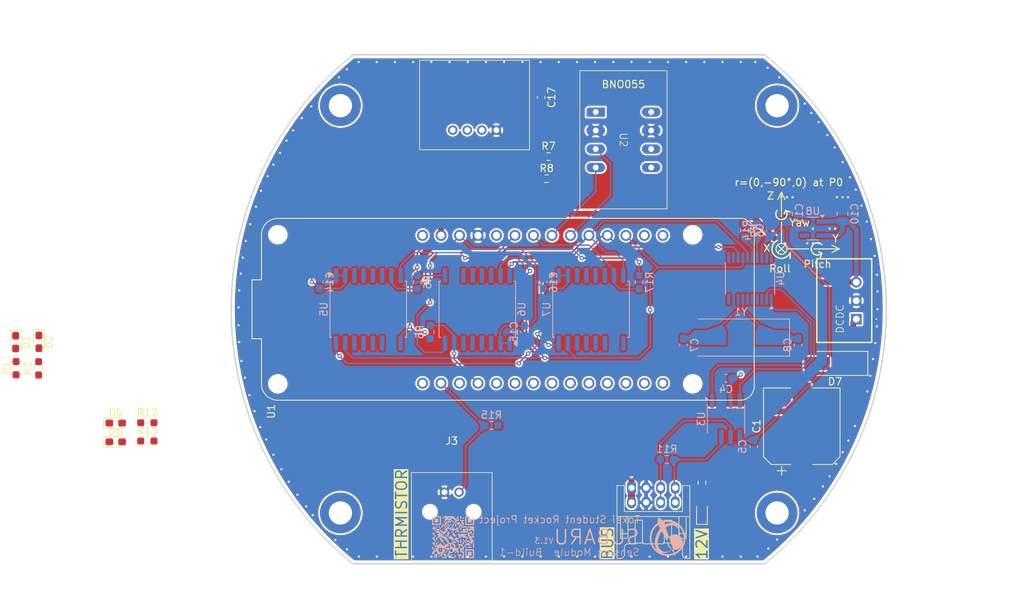
<source format=kicad_pcb>
(kicad_pcb (version 20241229) (generator "pcbnew") (generator_version "9.0")
  (layers (0 "F.Cu" signal) (2 "B.Cu" signal) (13 "F.Paste" user) (15 "B.Paste" user) (5 "F.SilkS" user "F.Silkscreen") (7 "B.SilkS" user "B.Silkscreen") (1 "F.Mask" user) (3 "B.Mask" user) (25 "Edge.Cuts" user))
  (net 0 "")
  (net 1 "GND")
  (net 2 "Net-(D1-A)")
  (net 3 "Net-(D2-A)")
  (net 4 "LORA_RECEIVE_STATUS")
  (net 5 "LORA_SEND_STATUS")
  (net 6 "+3.3V")
  (net 7 "I2C_SCK")
  (net 8 "I2C_SDA")
  (net 9 "SPI_CS_MCP")
  (net 10 "+12V")
  (net 11 "+5V")
  (net 12 "OSC1")
  (net 13 "OSC2")
  (net 14 "Net-(D3-A)")
  (net 15 "Net-(D5-A)")
  (net 16 "Net-(D6-A)")
  (net 17 "CAN_L")
  (net 18 "CAN_H")
  (net 19 "CAN_RECEIVE_STATUS")
  (net 20 "CAN_SEND_STATUS")
  (net 21 "Net-(U4-~RESET)")
  (net 22 "VREF_THERMISTOR")
  (net 23 "CAN_RX")
  (net 24 "CAN_TX")
  (net 30 "SPI_SCLK")
  (net 31 "SPI_MISO")
  (net 33 "SPI_MOSI")
  (net 35 "VREF_T1")
  (net 36 "VREF_T3")
  (net 37 "VREF_T4")
  (net 38 "VREF_T2")
  (net 48 "SPI_~{CS}_FeRAM0")
  (net 57 "SPI_~{CS}_FeRAM1")
  (net 71 "SPI_~{CS}_FeRAM2")
  (net 74 "+3.3VP")
  (net 78 "Net-(D7-K)")
  (footprint "Resistor_SMD:R_0603_1608Metric_Pad0.98x0.95mm_HandSolder" (layer "F.Cu") (at 93.472 115.6)
    (property "Reference" "R12")
    (property "Value" "680R")
  )
  (footprint "Resistor_SMD:R_0603_1608Metric_Pad0.98x0.95mm_HandSolder" (layer "F.Cu") (at 148.336 82.042)
    (property "Reference" "R8")
    (property "Value" "4.7kR")
  )
  (footprint "Capacitor_SMD:CP_Elec_10x10" (layer "F.Cu") (at 183.388 116.078 90)
    (property "Reference" "C1")
    (property "Value" "330uF")
  )
  (footprint "Resistor_SMD:R_0603_1608Metric_Pad0.98x0.95mm_HandSolder" (layer "F.Cu") (at 148.59 78.994)
    (property "Reference" "R7")
    (property "Value" "4.7kR")
  )
  (footprint "Resistor_SMD:R_0603_1608Metric_Pad0.98x0.95mm_HandSolder" (layer "F.Cu") (at 75.438 108.1005 90)
    (property "Reference" "R1")
    (property "Value" "680R")
  )
  (footprint "LED_SMD:LED_0603_1608Metric_Pad1.05x0.95mm_HandSolder" (layer "F.Cu") (at 89.127 118.23)
    (property "Reference" "D6")
    (property "Value" "B")
  )
  (footprint "TSRP_IC:M78AR03305" (layer "F.Cu") (at 190.88 101.356 90)
    (property "Reference" "PS1" (hide yes))
    (property "Value" "M78AR05-0.5" (hide yes))
  )
  (footprint "Resistor_SMD:R_0603_1608Metric_Pad0.98x0.95mm_HandSolder" (layer "F.Cu") (at 78.538 108.1205 90)
    (property "Reference" "R2")
    (property "Value" "680R")
  )
  (footprint "Resistor_SMD:R_0603_1608Metric_Pad0.98x0.95mm_HandSolder" (layer "F.Cu") (at 169.672 123.8485 -90)
    (property "Reference" "R10" (hide yes))
    (property "Value" "2.2kR")
  )
  (footprint "Diode_SMD:D_SMA_Handsoldering" (layer "F.Cu") (at 187.96 107.442 180)
    (property "Reference" "D7")
    (property "Value" "SB34AFC")
  )
  (footprint "MountingHole:MountingHole_3.2mm_M3_DIN965_Pad_TopBottom" (layer "F.Cu") (at 120 72)
    (property "Reference" "H5" (hide yes))
    (property "Value" "MountingHole_Pad")
  )
  (footprint "TSRP_Connector_Hirose:DF51-2P-2DS" (layer "F.Cu") (at 135.3 134.6)
    (property "Reference" "J3")
    (property "Value" "DF51-2P-2DS")
  )
  (footprint "MountingHole:MountingHole_3.2mm_M3_DIN965_Pad_TopBottom" (layer "F.Cu") (at 180 72)
    (property "Reference" "H8" (hide yes))
    (property "Value" "MountingHole_Pad")
  )
  (footprint "TSRP_Connector_Hirose:DF11-8DP-2DS" (layer "F.Cu") (at 163 128)
    (property "Reference" "J1" (hide yes))
    (property "Value" "BUS")
  )
  (footprint "MountingHole:MountingHole_3.2mm_M3_DIN965_Pad_TopBottom" (layer "F.Cu") (at 120 128)
    (property "Reference" "H6" (hide yes))
    (property "Value" "MountingHole_Pad")
  )
  (footprint "MountingHole:MountingHole_3.2mm_M3_DIN965_Pad_TopBottom" (layer "F.Cu") (at 180 128)
    (property "Reference" "H7" (hide yes))
    (property "Value" "MountingHole_Pad")
  )
  (footprint "LED_SMD:LED_0603_1608Metric_Pad1.05x0.95mm_HandSolder" (layer "F.Cu") (at 78.578 104.473 -90)
    (property "Reference" "D2")
    (property "Value" "B")
  )
  (footprint "Capacitor_SMD:C_0603_1608Metric_Pad1.08x0.95mm_HandSolder" (layer "F.Cu") (at 147.574 70.866 -90)
    (property "Reference" "C17")
    (property "Value" "0.1uF")
  )
  (footprint "TSRP_Arduino:BOARD_ARDUINO_MKR_WAN_1310" (layer "F.Cu") (at 143 100 90)
    (property "Reference" "U1")
    (property "Value" "ARDUINO_MKR_WAN_1310")
  )
  (footprint "LED_SMD:LED_0603_1608Metric_Pad1.05x0.95mm_HandSolder" (layer "F.Cu") (at 75.378 104.513 -90)
    (property "Reference" "D1")
    (property "Value" "B")
  )
  (footprint "TSRP_Connector_Hirose:DF51A-4P-2DS" (layer "F.Cu") (at 138.43 65.912 180)
    (property "Reference" "J4" (hide yes))
    (property "Value" "DF51A-4P-2DS")
  )
  (footprint "LED_SMD:LED_0603_1608Metric_Pad1.05x0.95mm_HandSolder" (layer "F.Cu") (at 89.127 115.64)
    (property "Reference" "D5")
    (property "Value" "B")
  )
  (footprint "Resistor_SMD:R_0603_1608Metric_Pad0.98x0.95mm_HandSolder" (layer "F.Cu") (at 93.472 118.11)
    (property "Reference" "R13")
    (property "Value" "680R")
  )
  (footprint "TSRP_IC:AE-BNO055-BO" (layer "F.Cu") (at 158.89 76.69 -90)
    (property "Reference" "U2")
    (property "Value" "~")
  )
  (footprint "LED_SMD:LED_0603_1608Metric_Pad1.05x0.95mm_HandSolder" (layer "F.Cu") (at 169.672 127.9125 90)
    (property "Reference" "D3" (hide yes))
    (property "Value" "Green")
  )
  (footprint "Capacitor_SMD:C_0603_1608Metric_Pad1.08x0.95mm_HandSolder" (layer "B.Cu") (at 145.288 103.124 -90)
    (property "Reference" "C15")
    (property "Value" "0.1uF")
  )
  (footprint "LOGO" (layer "B.Cu") (at 164.95 131.3 180)
    (property "Reference" "G***" (hide yes))
    (property "Value" "LOGO" (hide yes))
  )
  (footprint "Resistor_SMD:R_0603_1608Metric_Pad0.98x0.95mm_HandSolder" (layer "B.Cu") (at 177.292 89.154 -90)
    (property "Reference" "R14")
    (property "Value" "10kR")
  )
  (footprint "Resistor_SMD:R_0603_1608Metric_Pad0.98x0.95mm_HandSolder" (layer "B.Cu") (at 164.846 120.65 180)
    (property "Reference" "R11")
    (property "Value" "120R")
  )
  (footprint "Capacitor_SMD:C_0603_1608Metric_Pad1.08x0.95mm_HandSolder" (layer "B.Cu") (at 182.88 104.902 -90)
    (property "Reference" "C8")
    (property "Value" "15pF")
  )
  (footprint "Capacitor_SMD:C_0603_1608Metric_Pad1.08x0.95mm_HandSolder" (layer "B.Cu") (at 172.974 109.474)
    (property "Reference" "C4")
    (property "Value" "0.1uF")
  )
  (footprint "Package_SO:SOIC-8_3.9x4.9mm_P1.27mm" (layer "B.Cu") (at 172.974 115.062 -90)
    (property "Reference" "U3")
    (property "Value" "MCP2562-E-P")
  )
  (footprint "Package_SO:SOIC-16W_7.5x10.3mm_P1.27mm" (layer "B.Cu") (at 123.825 100 -90)
    (property "Reference" "U5")
    (property "Value" "MB85RQ8MX")
  )
  (footprint "Package_SO:SOIC-16W_7.5x10.3mm_P1.27mm" (layer "B.Cu") (at 138.811 100 90)
    (property "Reference" "U6")
    (property "Value" "MB85RQ8MX")
  )
  (footprint "Capacitor_SMD:C_0603_1608Metric_Pad1.08x0.95mm_HandSolder" (layer "B.Cu") (at 167.132 104.902 -90)
    (property "Reference" "C7")
    (property "Value" "15pF")
  )
  (footprint "Package_TO_SOT_SMD:TSOT-23-5" (layer "B.Cu") (at 184.912 88.9 180)
    (property "Reference" "U8")
    (property "Value" "NCV8114BSN330T1G")
  )
  (footprint "Package_SO:SOIC-16W_7.5x10.3mm_P1.27mm" (layer "B.Cu") (at 154.432 100 -90)
    (property "Reference" "U7")
    (property "Value" "MB85RQ8MX")
  )
  (footprint "Capacitor_SMD:C_0603_1608Metric_Pad1.08x0.95mm_HandSolder" (layer "B.Cu") (at 179.07 89.154 -90)
    (property "Reference" "C6")
    (property "Value" "0.1uF")
  )
  (footprint "LOGO" (layer "B.Cu") (at 135.477 131.341 180)
    (property "Reference" "G***" (hide yes))
    (property "Value" "LOGO" (hide yes))
  )
  (footprint "Resistor_SMD:R_0603_1608Metric_Pad0.98x0.95mm_HandSolder" (layer "B.Cu") (at 175.514 89.154 90)
    (property "Reference" "R9")
    (property "Value" "4.7kR")
  )
  (footprint "Resistor_SMD:R_0603_1608Metric_Pad0.98x0.95mm_HandSolder" (layer "B.Cu") (at 130.556 96.266 90)
    (property "Reference" "R6")
    (property "Value" "4.7kR")
  )
  (footprint "Capacitor_SMD:C_0603_1608Metric_Pad1.08x0.95mm_HandSolder" (layer "B.Cu") (at 176.784 118.872 90)
    (property "Reference" "C5")
    (property "Value" "0.1uF")
  )
  (footprint "Capacitor_SMD:C_0805_2012Metric_Pad1.18x1.45mm_HandSolder" (layer "B.Cu") (at 188.976 86.868 90)
    (property "Reference" "C10")
    (property "Value" "1uF")
  )
  (footprint "Crystal:Crystal_SMD_HC49-SD" (layer "B.Cu") (at 175.006 103.886 180)
    (property "Reference" "Y1")
    (property "Value" "8MHz")
  )
  (footprint "Resistor_SMD:R_0603_1608Metric_Pad0.98x0.95mm_HandSolder" (layer "B.Cu") (at 132.334 103.124 -90)
    (property "Reference" "R5")
    (property "Value" "4.7kR")
  )
  (footprint "Resistor_SMD:R_0603_1608Metric_Pad0.98x0.95mm_HandSolder" (layer "B.Cu") (at 161.036 96.266 90)
    (property "Reference" "R17")
    (property "Value" "4.7kR")
  )
  (footprint "Capacitor_SMD:C_0603_1608Metric_Pad1.08x0.95mm_HandSolder" (layer "B.Cu") (at 147.828 96.266 90)
    (property "Reference" "C16")
    (property "Value" "0.1uF")
  )
  (footprint "Resistor_SMD:R_0603_1608Metric_Pad0.98x0.95mm_HandSolder" (layer "B.Cu") (at 140.7525 115.96 180)
    (property "Reference" "R15")
    (property "Value" "10kR")
  )
  (footprint "Capacitor_SMD:C_0805_2012Metric_Pad1.18x1.45mm_HandSolder" (layer "B.Cu") (at 181.356 86.868 90)
    (property "Reference" "C11")
    (property "Value" "1uF")
  )
  (footprint "Capacitor_SMD:C_0603_1608Metric_Pad1.08x0.95mm_HandSolder" (layer "B.Cu") (at 117.094 96.266 90)
    (property "Reference" "C14")
    (property "Value" "0.1uF")
  )
  (footprint "Package_SO:TSSOP-20_4.4x6.5mm_P0.65mm" (layer "B.Cu") (at 176.276 95.758 90)
    (property "Reference" "U4")
    (property "Value" "MCP2515-I/P")
  )
  (gr_line (start 185.742528 92.0952) (end 186.142528 92.2952) (stroke (width 0.2)) (layer "F.SilkS"))
  (gr_line (start 180.594 90.9452) (end 180.594 87.9952) (stroke (width 0.153)) (layer "F.SilkS"))
  (gr_arc (start 181.794 92.1952) (mid 179.691658 92.630472) (end 180.048635 90.51347) (stroke (width 0.2)) (layer "F.SilkS"))
  (gr_arc (start 181.194 86.4202) (mid 180.594 87.660461) (end 179.994 86.4202) (stroke (width 0.2)) (layer "F.SilkS"))
  (gr_line (start 185.042528 91.6952) (end 188.542528 91.6952) (stroke (width 0.153)) (layer "F.SilkS"))
  (gr_line (start 180.594 83.8952) (end 181.094 84.8952) (stroke (width 0.153)) (layer "F.SilkS"))
  (gr_arc (start 186.142528 92.2952) (mid 184.693952 91.6952) (end 186.142528 91.0952) (stroke (width 0.2)) (layer "F.SilkS"))
  (gr_line (start 181.794 92.1952) (end 181.794 92.9952) (stroke (width 0.2)) (layer "F.SilkS"))
  (gr_line (start 181.344 91.6952) (end 184.345472 91.6952) (stroke (width 0.153)) (layer "F.SilkS"))
  (gr_line (start 181.094 91.1952) (end 180.094 92.1952) (stroke (width 0.153)) (layer "F.SilkS"))
  (gr_line (start 180.094 91.1952) (end 181.094 92.1952) (stroke (width 0.153)) (layer "F.SilkS"))
  (gr_line (start 185.942528 92.8952) (end 186.142528 92.2952) (stroke (width 0.2)) (layer "F.SilkS"))
  (gr_line (start 188.542528 91.6952) (end 187.542528 92.1952) (stroke (width 0.153)) (layer "F.SilkS"))
  (gr_line (start 188.542528 91.6952) (end 187.542528 91.1952) (stroke (width 0.153)) (layer "F.SilkS"))
  (gr_circle (center 180.594 91.6952) (end 181.344 91.6952) (stroke (width 0.153)) (fill no) (layer "F.SilkS"))
  (gr_line (start 180.594 83.8952) (end 180.094 84.8952) (stroke (width 0.153)) (layer "F.SilkS"))
  (gr_line (start 181.194 86.4202) (end 181.794 86.6202) (stroke (width 0.2)) (layer "F.SilkS"))
  (gr_line (start 180.594 87.2952) (end 180.594 83.8952) (stroke (width 0.153)) (layer "F.SilkS"))
  (gr_line (start 181.194 86.4202) (end 180.994 86.8202) (stroke (width 0.2)) (layer "F.SilkS"))
  (gr_arc (start 121.71573 135.000001) (mid 105 100) (end 121.715731 64.999999) (stroke (width 0.2)) (layer "Edge.Cuts"))
  (gr_line (start 150 64.999999) (end 178.28427 64.999999) (stroke (width 0.2)) (layer "Edge.Cuts"))
  (gr_line (start 150 64.999999) (end 121.715731 64.999999) (stroke (width 0.2)) (layer "Edge.Cuts"))
  (gr_arc (start 178.28427 64.999999) (mid 195 100) (end 178.284269 135.000001) (stroke (width 0.2)) (layer "Edge.Cuts"))
  (gr_line (start 150 135.000001) (end 121.71573 135.000001) (stroke (width 0.2)) (layer "Edge.Cuts"))
  (gr_line (start 150 135.000001) (end 178.284269 135.000001) (stroke (width 0.2)) (layer "Edge.Cuts"))
  (gr_text "Roll" (at 180.394 94.3952 0) (layer "F.SilkS") (effects (font (size 1 1) (thickness 0.153))))
  (gr_text "Yaw" (at 183.094 88.0952 0) (layer "F.SilkS") (effects (font (size 1 1) (thickness 0.153))))
  (gr_text "Y" (at 188.042528 90.2952 0) (layer "F.SilkS") (effects (font (size 1 1) (thickness 0.153))))
  (gr_text "r=(0,-90°,0) at P0" (at 181.61 82.55 0) (layer "F.SilkS") (effects (font (size 1 1) (thickness 0.153))))
  (gr_text "Z" (at 179.094 84.3952 0) (layer "F.SilkS") (effects (font (size 1 1) (thickness 0.154))))
  (gr_text "BUS" (at 156.718 132.207 90) (layer "F.SilkS" knockout) (effects (font (size 1.5 1.5) (thickness 0.2))))
  (gr_text "DCDC" (at 189.23 103.378 90) (layer "F.SilkS") (effects (font (size 1 1) (thickness 0.1)) (justify left bottom)))
  (gr_text "Pitch" (at 185.542528 93.7952 0) (layer "F.SilkS") (effects (font (size 1 1) (thickness 0.153))))
  (gr_text "12V" (at 169.672 132.334 90) (layer "F.SilkS" knockout) (effects (font (size 1.5 1.5) (thickness 0.2))))
  (gr_text "THRMISTOR" (at 128.4 128.1 90) (layer "F.SilkS" knockout) (effects (font (size 1.5 1.5) (thickness 0.2))))
  (gr_text "X" (at 178.594 91.5952 0) (layer "F.SilkS") (effects (font (size 1 1) (thickness 0.153))))
  (gr_text "SUBARU" (at 161.25 132.5 0) (layer "B.SilkS") (effects (font (size 2 2) (thickness 0.2) (bold yes)) (justify left bottom mirror)))
  (gr_text "Tokai Student Rocket Project\n" (at 161.25 129.5 0) (layer "B.SilkS") (effects (font (size 1 1) (thickness 0.125)) (justify left bottom mirror)))
  (gr_text "Sensing Module  Build-1" (at 161.15 134 0) (layer "B.SilkS") (effects (font (size 1 1) (thickness 0.1)) (justify left bottom mirror)))
  (gr_text "V1.3" (at 149.35 132.3 0) (layer "B.SilkS") (effects (font (size 0.8 0.8) (thickness 0.1)) (justify left bottom mirror)))
  (segment (start 162 124.55) (end 162 126.55) (width 0.2) (layer "F.Cu") (net 1))
  (via (at 193.7 95.25) (size 0.6) (drill 0.3) (layers "F.Cu" "B.Cu") (net 1))
  (via (at 181.356 84.582) (size 0.6) (drill 0.3) (layers "F.Cu" "B.Cu") (net 1))
  (via (at 165 134) (size 0.6) (drill 0.3) (layers "F.Cu" "B.Cu") (net 1))
  (via (at 125 66) (size 0.6) (drill 0.3) (layers "F.Cu" "B.Cu") (net 1))
  (via (at 116 72.1) (size 0.6) (drill 0.3) (layers "F.Cu" "B.Cu") (net 1))
  (via (at 107.6 88.3) (size 0.6) (drill 0.3) (layers "F.Cu" "B.Cu") (net 1))
  (via (at 192.9 90.35) (size 0.6) (drill 0.3) (layers "F.Cu" "B.Cu") (net 1))
  (via (at 177.3 134) (size 0.6) (drill 0.3) (layers "F.Cu" "B.Cu") (net 1))
  (via (at 162.5 134) (size 0.6) (drill 0.3) (layers "F.Cu" "B.Cu") (net 1))
  (via (at 184.7 73) (size 0.6) (drill 0.3) (layers "F.Cu" "B.Cu") (net 1))
  (via (at 111.9 122) (size 0.6) (drill 0.3) (layers "F.Cu" "B.Cu") (net 1))
  (via (at 108.4 85.9) (size 0.6) (drill 0.3) (layers "F.Cu" "B.Cu") (net 1))
  (via (at 189 79.75) (size 0.6) (drill 0.3) (layers "F.Cu" "B.Cu") (net 1))
  (via (at 186.9 76.05) (size 0.6) (drill 0.3) (layers "F.Cu" "B.Cu") (net 1))
  (via (at 160 134) (size 0.6) (drill 0.3) (layers "F.Cu" "B.Cu") (net 1))
  (via (at 145 134) (size 0.6) (drill 0.3) (layers "F.Cu" "B.Cu") (net 1))
  (via (at 180 131.65) (size 0.6) (drill 0.3) (layers "F.Cu" "B.Cu") (net 1))
  (via (at 106.9 109.4) (size 0.6) (drill 0.3) (layers "F.Cu" "B.Cu") (net 1))
  (via (at 185.1 126.05) (size 0.6) (drill 0.3) (layers "F.Cu" "B.Cu") (net 1))
  (via (at 192.4 111.3) (size 0.6) (drill 0.3) (layers "F.Cu" "B.Cu") (net 1))
  (via (at 127.5 134) (size 0.6) (drill 0.3) (layers "F.Cu" "B.Cu") (net 1))
  (via (at 106.1 97.4) (size 0.6) (drill 0.3) (layers "F.Cu" "B.Cu") (net 1))
  (via (at 106.4 107.1) (size 0.6) (drill 0.3) (layers "F.Cu" "B.Cu") (net 1))
  (via (at 150 66) (size 0.6) (drill 0.3) (layers "F.Cu" "B.Cu") (net 1))
  (via (at 132.5 134) (size 0.6) (drill 0.3) (layers "F.Cu" "B.Cu") (net 1))
  (via (at 142.5 66) (size 0.6) (drill 0.3) (layers "F.Cu" "B.Cu") (net 1))
  (via (at 177 66) (size 0.6) (drill 0.3) (layers "F.Cu" "B.Cu") (net 1))
  (via (at 186.3 124.35) (size 0.6) (drill 0.3) (layers "F.Cu" "B.Cu") (net 1))
  (via (at 106 99.75) (size 0.6) (drill 0.3) (layers "F.Cu" "B.Cu") (net 1))
  (via (at 130 134) (size 0.6) (drill 0.3) (layers "F.Cu" "B.Cu") (net 1))
  (via (at 193.2 106.85) (size 0.6) (drill 0.3) (layers "F.Cu" "B.Cu") (net 1))
  (via (at 189 119.65) (size 0.6) (drill 0.3) (layers "F.Cu" "B.Cu") (net 1))
  (via (at 183.8 127.65) (size 0.6) (drill 0.3) (layers "F.Cu" "B.Cu") (net 1))
  (via (at 185.7 74.25) (size 0.6) (drill 0.3) (layers "F.Cu" "B.Cu") (net 1))
  (via (at 172.5 66) (size 0.6) (drill 0.3) (layers "F.Cu" "B.Cu") (net 1))
  (via (at 175 66) (size 0.6) (drill 0.3) (layers "F.Cu" "B.Cu") (net 1))
  (via (at 172.5 134) (size 0.6) (drill 0.3) (layers "F.Cu" "B.Cu") (net 1))
  (via (at 193.8 100) (size 0.6) (drill 0.3) (layers "F.Cu" "B.Cu") (net 1))
  (via (at 120.9 133) (size 0.6) (drill 0.3) (layers "F.Cu" "B.Cu") (net 1))
  (via (at 190.8 83.55) (size 0.6) (drill 0.3) (layers "F.Cu" "B.Cu") (net 1))
  (via (at 107 90.6) (size 0.6) (drill 0.3) (layers "F.Cu" "B.Cu") (net 1))
  (via (at 147.5 134) (size 0.6) (drill 0.3) (layers "F.Cu" "B.Cu") (net 1))
  (via (at 192.3 87.95) (size 0.6) (drill 0.3) (layers "F.Cu" "B.Cu") (net 1))
  (via (at 188.1 121.25) (size 0.6) (drill 0.3) (layers "F.Cu" "B.Cu") (net 1))
  (via (at 130 66) (size 0.6) (drill 0.3) (layers "F.Cu" "B.Cu") (net 1))
  (via (at 119.3 131.7) (size 0.6) (drill 0.3) (layers "F.Cu" "B.Cu") (net 1))
  (via (at 191.6 85.75) (size 0.6) (drill 0.3) (layers "F.Cu" "B.Cu") (net 1))
  (via (at 188.976 84.582) (size 0.6) (drill 0.3) (layers "F.Cu" "B.Cu") (net 1))
  (via (at 122.5 66) (size 0.6) (drill 0.3) (layers "F.Cu" "B.Cu") (net 1))
  (via (at 170 66) (size 0.6) (drill 0.3) (layers "F.Cu" "B.Cu") (net 1))
  (via (at 132.5 66) (size 0.6) (drill 0.3) (layers "F.Cu" "B.Cu") (net 1))
  (via (at 157.5 66) (size 0.6) (drill 0.3) (layers "F.Cu" "B.Cu") (net 1))
  (via (at 184.15 90.932) (size 0.6) (drill 0.3) (layers "F.Cu" "B.Cu") (net 1))
  (via (at 193.8 97.55) (size 0.6) (drill 0.3) (layers "F.Cu" "B.Cu") (net 1))
  (via (at 137.5 134) (size 0.6) (drill 0.3) (layers "F.Cu" "B.Cu") (net 1))
  (via (at 114.7 73.7) (size 0.6) (drill 0.3) (layers "F.Cu" "B.Cu") (net 1))
  (via (at 187.198 88.9) (size 0.6) (drill 0.3) (layers "F.Cu" "B.Cu") (net 1))
  (via (at 119.8 68.1) (size 0.6) (drill 0.3) (layers "F.Cu" "B.Cu") (net 1))
  (via (at 111.7 78.5) (size 0.6) (drill 0.3) (layers "F.Cu" "B.Cu") (net 1))
  (via (at 114.1 125.5) (size 0.6) (drill 0.3) (layers "F.Cu" "B.Cu") (net 1))
  (via (at 106.1 104.5) (size 0.6) (drill 0.3) (layers "F.Cu" "B.Cu") (net 1))
  (via (at 127.5 66) (size 0.6) (drill 0.3) (layers "F.Cu" "B.Cu") (net 1))
  (via (at 167.5 134) (size 0.6) (drill 0.3) (layers "F.Cu" "B.Cu") (net 1))
  (via (at 109.8 117.9) (size 0.6) (drill 0.3) (layers "F.Cu" "B.Cu") (net 1))
  (via (at 110.8 80.1) (size 0.6) (drill 0.3) (layers "F.Cu" "B.Cu") (net 1))
  (via (at 190.7 116.05) (size 0.6) (drill 0.3) (layers "F.Cu" "B.Cu") (net 1))
  (via (at 147.5 66) (size 0.6) (drill 0.3) (layers "F.Cu" "B.Cu") (net 1))
  (via (at 187.9 77.75) (size 0.6) (drill 0.3) (layers "F.Cu" "B.Cu") (net 1))
  (via (at 162.5 66) (size 0.6) (drill 0.3) (layers "F.Cu" "B.Cu") (net 1))
  (via (at 192.8 109.15) (size 0.6) (drill 0.3) (layers "F.Cu" "B.Cu") (net 1))
  (via (at 165 66) (size 0.6) (drill 0.3) (layers "F.Cu" "B.Cu") (net 1))
  (via (at 157.5 134) (size 0.6) (drill 0.3) (layers "F.Cu" "B.Cu") (net 1))
  (via (at 182.118 84.582) (size 0.6) (drill 0.3) (layers "F.Cu" "B.Cu") (net 1))
  (via (at 140 134) (size 0.6) (drill 0.3) (layers "F.Cu" "B.Cu") (net 1))
  (via (at 145 66) (size 0.6) (drill 0.3) (layers "F.Cu" "B.Cu") (net 1))
  (via (at 140 66) (size 0.6) (drill 0.3) (layers "F.Cu" "B.Cu") (net 1))
  (via (at 106.6 92.9) (size 0.6) (drill 0.3) (layers "F.Cu" "B.Cu") (net 1))
  (via (at 183.8 71.7) (size 0.6) (drill 0.3) (layers "F.Cu" "B.Cu") (net 1))
  (via (at 109 116.2) (size 0.6) (drill 0.3) (layers "F.Cu" "B.Cu") (net 1))
  (via (at 178.7 66.8) (size 0.6) (drill 0.3) (layers "F.Cu" "B.Cu") (net 1))
  (via (at 189.738 84.582) (size 0.6) (drill 0.3) (layers "F.Cu" "B.Cu") (net 1))
  (via (at 187.96 88.9) (size 0.6) (drill 0.3) (layers "F.Cu" "B.Cu") (net 1))
  (via (at 122.515732 134) (size 0.6) (drill 0.3) (layers "F.Cu" "B.Cu") (net 1))
  (via (at 189.8 118.05) (size 0.6) (drill 0.3) (layers "F.Cu" "B.Cu") (net 1))
  (via (at 106 102.2) (size 0.6) (drill 0.3) (layers "F.Cu" "B.Cu") (net 1))
  (via (at 175 134) (size 0.6) (drill 0.3) (layers "F.Cu" "B.Cu") (net 1))
  (via (at 120.9 67) (size 0.6) (drill 0.3) (layers "F.Cu" "B.Cu") (net 1))
  (via (at 112.6 76.8) (size 0.6) (drill 0.3) (layers "F.Cu" "B.Cu") (net 1))
  (via (at 184.912 88.9) (size 0.6) (drill 0.3) (layers "F.Cu" "B.Cu") (net 1))
  (via (at 190 81.85) (size 0.6) (drill 0.3) (layers "F.Cu" "B.Cu") (net 1))
  (via (at 155 134) (size 0.6) (drill 0.3) (layers "F.Cu" "B.Cu") (net 1))
  (via (at 188.214 84.582) (size 0.6) (drill 0.3) (layers "F.Cu" "B.Cu") (net 1))
  (via (at 137.5 66) (size 0.6) (drill 0.3) (layers "F.Cu" "B.Cu") (net 1))
  (via (at 180.594 84.582) (size 0.6) (drill 0.3) (layers "F.Cu" "B.Cu") (net 1))
  (via (at 167.5 66) (size 0.6) (drill 0.3) (layers "F.Cu" "B.Cu") (net 1))
  (via (at 185.674 90.932) (size 0.6) (drill 0.3) (layers "F.Cu" "B.Cu") (net 1))
  (via (at 116.2 128.3) (size 0.6) (drill 0.3) (layers "F.Cu" "B.Cu") (net 1))
  (via (at 115.3 127.1) (size 0.6) (drill 0.3) (layers "F.Cu" "B.Cu") (net 1))
  (via (at 152.5 66) (size 0.6) (drill 0.3) (layers "F.Cu" "B.Cu") (net 1))
  (via (at 150 134) (size 0.6) (drill 0.3) (layers "F.Cu" "B.Cu") (net 1))
  (via (at 110.8 120) (size 0.6) (drill 0.3) (layers "F.Cu" "B.Cu") (net 1))
  (via (at 178.8 132.9) (size 0.6) (drill 0.3) (layers "F.Cu" "B.Cu") (net 1))
  (via (at 125 134) (size 0.6) (drill 0.3) (layers "F.Cu" "B.Cu") (net 1))
  (via (at 152.5 134) (size 0.6) (drill 0.3) (layers "F.Cu" "B.Cu") (net 1))
  (via (at 142.5 134) (size 0.6) (drill 0.3) (layers "F.Cu" "B.Cu") (net 1))
  (via (at 160 66) (size 0.6) (drill 0.3) (layers "F.Cu" "B.Cu") (net 1))
  (via (at 193.7 102.35) (size 0.6) (drill 0.3) (layers "F.Cu" "B.Cu") (net 1))
  (via (at 112.9 123.7) (size 0.6) (drill 0.3) (layers "F.Cu" "B.Cu") (net 1))
  (via (at 110 81.7) (size 0.6) (drill 0.3) (layers "F.Cu" "B.Cu") (net 1))
  (via (at 109.1 83.7) (size 0.6) (drill 0.3) (layers "F.Cu" "B.Cu") (net 1))
  (via (at 187.2 122.95) (size 0.6) (drill 0.3) (layers "F.Cu" "B.Cu") (net 1))
  (via (at 180.3 68.116567) (size 0.6) (drill 0.3) (layers "F.Cu" "B.Cu") (net 1))
  (via (at 135 134) (size 0.6) (drill 0.3) (layers "F.Cu" "B.Cu") (net 1))
  (via (at 108.2 114) (size 0.6) (drill 0.3) (layers "F.Cu" "B.Cu") (net 1))
  (via (at 193.5 104.65) (size 0.6) (drill 0.3) (layers "F.Cu" "B.Cu") (net 1))
  (via (at 184.912 90.932) (size 0.6) (drill 0.3) (layers "F.Cu" "B.Cu") (net 1))
  (via (at 135 66) (size 0.6) (drill 0.3) (layers "F.Cu" "B.Cu") (net 1))
  (via (at 155 66) (size 0.6) (drill 0.3) (layers "F.Cu" "B.Cu") (net 1))
  (via (at 106.3 95.1) (size 0.6) (drill 0.3) (layers "F.Cu" "B.Cu") (net 1))
  (via (at 107.5 111.8) (size 0.6) (drill 0.3) (layers "F.Cu" "B.Cu") (net 1))
  (via (at 193.4 92.65) (size 0.6) (drill 0.3) (layers "F.Cu" "B.Cu") (net 1))
  (via (at 113.5 75.4) (size 0.6) (drill 0.3) (layers "F.Cu" "B.Cu") (net 1))
  (segment (start 130.556 92.202) (end 130.556 94.234) (width 0.2) (layer "F.Cu") (net 6))
  (segment (start 131.572 103.124) (end 130.302 103.124) (width 0.2) (layer "F.Cu") (net 6))
  (segment (start 136.3648 89.84) (end 136.3648 89.9492) (width 0.2) (layer "F.Cu") (net 6))
  (segment (start 116.078 93.472) (end 116.078 96.266) (width 0.2) (layer "F.Cu") (net 6))
  (segment (start 135.128 91.186) (end 131.572 91.186) (width 0.2) (layer "F.Cu") (net 6))
  (segment (start 136.3648 89.9492) (end 135.128 91.186) (width 0.2) (layer "F.Cu") (net 6))
  (segment (start 130.302 103.124) (end 129.54 102.362) (width 0.2) (layer "F.Cu") (net 6))
  (segment (start 129.54 102.362) (end 129.54 95.25) (width 0.2) (layer "F.Cu") (net 6))
  (segment (start 131.572 91.186) (end 130.556 92.202) (width 0.2) (layer "F.Cu") (net 6))
  (segment (start 160.528 92.964) (end 161.036 93.472) (width 0.2) (layer "F.Cu") (net 6))
  (segment (start 153.162 92.964) (end 160.528 92.964) (width 0.2) (layer "F.Cu") (net 6))
  (segment (start 118.364 91.186) (end 116.078 93.472) (width 0.2) (layer "F.Cu") (net 6))
  (segment (start 131.572 91.186) (end 118.364 91.186) (width 0.2) (layer "F.Cu") (net 6))
  (segment (start 129.54 95.25) (end 130.556 94.234) (width 0.2) (layer "F.Cu") (net 6))
  (via (at 153.162 92.964) (size 0.6) (drill 0.3) (layers "F.Cu" "B.Cu") (net 6))
  (via (at 130.556 94.234) (size 0.6) (drill 0.3) (layers "F.Cu" "B.Cu") (net 6))
  (via (at 131.572 103.124) (size 0.6) (drill 0.3) (layers "F.Cu" "B.Cu") (net 6))
  (via (at 161.036 93.472) (size 0.6) (drill 0.3) (layers "F.Cu" "B.Cu") (net 6))
  (via (at 116.078 96.266) (size 0.6) (drill 0.3) (layers "F.Cu" "B.Cu") (net 6))
  (via (at 129.54 102.362) (size 0.6) (drill 0.3) (layers "F.Cu" "B.Cu") (net 6))
  (segment (start 130.7065 95.3535) (end 130.71 95.35) (width 0.2) (layer "B.Cu") (net 6))
  (segment (start 150.5215 97.1285) (end 151.257 96.393) (width 0.2) (layer "B.Cu") (net 6))
  (segment (start 138.2188 91.694) (end 136.3648 89.84) (width 0.2) (layer "B.Cu") (net 6))
  (segment (start 141.986 104.65) (end 143.256 104.65) (width 0.2) (layer "B.Cu") (net 6))
  (segment (start 151.257 96.393) (end 151.257 95.35) (width 0.2) (layer "B.Cu") (net 6))
  (segment (start 130.556 95.3535) (end 130.7065 95.3535) (width 0.2) (layer "B.Cu") (net 6))
  (segment (start 117.094 97.1285) (end 120.0415 97.1285) (width 0.2) (layer "B.Cu") (net 6))
  (segment (start 142.5945 102.2615) (end 141.986 102.87) (width 0.2) (layer "B.Cu") (net 6))
  (segment (start 130.71 95.35) (end 134.366 95.35) (width 0.2) (layer "B.Cu") (net 6))
  (segment (start 119.38 95.35) (end 120.65 95.35) (width 0.2) (layer "B.Cu") (net 6))
  (segment (start 151.892 91.694) (end 144.78 91.694) (width 0.2) (layer "B.Cu") (net 6))
  (segment (start 141.986 102.87) (end 141.986 104.65) (width 0.2) (layer "B.Cu") (net 6))
  (segment (start 161.036 93.472) (end 161.036 95.3535) (width 0.2) (layer "B.Cu") (net 6))
  (segment (start 145.288 102.2615) (end 142.5945 102.2615) (width 0.2) (layer "B.Cu") (net 6))
  (segment (start 149.987 95.35) (end 151.257 95.35) (width 0.2) (layer "B.Cu") (net 6))
  (segment (start 144.78 91.694) (end 146.812 93.726) (width 0.2) (layer "B.Cu") (net 6))
  (segment (start 128.27 103.632) (end 128.27 104.65) (width 0.2) (layer "B.Cu") (net 6))
  (segment (start 146.812 93.726) (end 146.812 96.1125) (width 0.2) (layer "B.Cu") (net 6))
  (segment (start 146.812 96.1125) (end 147.828 97.1285) (width 0.2) (layer "B.Cu") (net 6))
  (segment (start 146.812 101.346) (end 145.8965 102.2615) (width 0.2) (layer "B.Cu") (net 6))
  (segment (start 153.162 92.964) (end 151.892 91.694) (width 0.2) (layer "B.Cu") (net 6))
  (segment (start 116.078 96.266) (end 116.2315 96.266) (width 0.2) (layer "B.Cu") (net 6))
  (segment (start 116.2315 96.266) (end 117.094 97.1285) (width 0.2) (layer "B.Cu") (net 6))
  (segment (start 146.812 96.1125) (end 146.812 101.346) (width 0.2) (layer "B.Cu") (net 6))
  (segment (start 129.54 102.362) (end 128.27 103.632) (width 0.2) (layer "B.Cu") (net 6))
  (segment (start 141.745 115.88) (end 141.665 115.96) (width 0.2) (layer "B.Cu") (net 6))
  (segment (start 130.556 94.234) (end 130.556 95.3535) (width 0.2) (layer "B.Cu") (net 6))
  (segment (start 145.8965 102.2615) (end 145.288 102.2615) (width 0.2) (layer "B.Cu") (net 6))
  (segment (start 144.78 91.694) (end 138.2188 91.694) (width 0.2) (layer "B.Cu") (net 6))
  (segment (start 131.572 103.2745) (end 132.334 104.0365) (width 0.2) (layer "B.Cu") (net 6))
  (segment (start 147.828 97.1285) (end 150.5215 97.1285) (width 0.2) (layer "B.Cu") (net 6))
  (segment (start 131.572 103.124) (end 131.572 103.2745) (width 0.2) (layer "B.Cu") (net 6))
  (segment (start 120.0415 97.1285) (end 120.65 96.52) (width 0.2) (layer "B.Cu") (net 6))
  (segment (start 120.65 96.52) (end 120.65 95.35) (width 0.2) (layer "B.Cu") (net 6))
  (segment (start 155.08 83.8248) (end 149.0648 89.84) (width 0.2) (layer "B.Cu") (net 7))
  (segment (start 155.08 80.5) (end 155.08 83.8248) (width 0.2) (layer "B.Cu") (net 7))
  (segment (start 157.1 84.3448) (end 151.6048 89.84) (width 0.2) (layer "B.Cu") (net 8))
  (segment (start 155.08 77.96) (end 157.1 79.98) (width 0.2) (layer "B.Cu") (net 8))
  (segment (start 157.1 79.98) (end 157.1 84.3448) (width 0.2) (layer "B.Cu") (net 8))
  (segment (start 175.514 90.5745) (end 176.601 91.6615) (width 0.2) (layer "B.Cu") (net 9))
  (segment (start 176.601 92.8955) (end 176.601 91.6615) (width 0.2) (layer "B.Cu") (net 9))
  (segment (start 175.514 90.0665) (end 175.514 90.5745) (width 0.2) (layer "B.Cu") (net 9))
  (segment (start 183.388 112.078) (end 183.388 109.514) (width 0.8) (layer "F.Cu") (net 10))
  (segment (start 160 119.4) (end 165.354 114.046) (width 0.8) (layer "F.Cu") (net 10))
  (segment (start 181.42 114.046) (end 183.388 112.078) (width 0.8) (layer "F.Cu") (net 10))
  (segment (start 160 124.55) (end 160 119.4) (width 0.8) (layer "F.Cu") (net 10))
  (segment (start 165.354 114.046) (end 181.42 114.046) (width 0.8) (layer "F.Cu") (net 10))
  (segment (start 183.388 109.514) (end 185.46 107.442) (width 0.8) (layer "F.Cu") (net 10))
  (segment (start 160 124.55) (end 160 126.55) (width 1) (layer "F.Cu") (net 10))
  (segment (start 176.276 86.868) (end 135.382 86.868) (width 0.8) (layer "F.Cu") (net 11))
  (segment (start 190.87 96.266) (end 185.674 96.266) (width 0.8) (layer "F.Cu") (net 11))
  (segment (start 185.674 96.266) (end 176.276 86.868) (width 0.8) (layer "F.Cu") (net 11))
  (segment (start 133.8248 88.4252) (end 133.8248 89.84) (width 0.8) (layer "F.Cu") (net 11))
  (segment (start 135.382 86.868) (end 133.8248 88.4252) (width 0.8) (layer "F.Cu") (net 11))
  (segment (start 190.88 96.276) (end 190.87 96.266) (width 0.8) (layer "F.Cu") (net 11))
  (via (at 175.006 108.966) (size 0.6) (drill 0.3) (layers "F.Cu" "B.Cu") (net 11))
  (segment (start 188.976 89.154) (end 188.976 87.9055) (width 0.6) (layer "B.Cu") (net 11))
  (segment (start 186.0495 89.85) (end 188.28 89.85) (width 0.6) (layer "B.Cu") (net 11))
  (segment (start 173.609 109.7015) (end 173.609 112.587) (width 0.2) (layer "B.Cu") (net 11))
  (segment (start 188.28 89.85) (end 188.976 89.154) (width 0.6) (layer "B.Cu") (net 11))
  (segment (start 190.88 96.276) (end 190.88 89.026) (width 0.6) (layer "B.Cu") (net 11))
  (segment (start 173.8365 109.474) (end 173.609 109.7015) (width 0.2) (layer "B.Cu") (net 11))
  (segment (start 174.498 109.474) (end 175.006 108.966) (width 0.2) (layer "B.Cu") (net 11))
  (segment (start 173.8365 109.474) (end 174.498 109.474) (width 0.2) (layer "B.Cu") (net 11))
  (segment (start 186.094 87.9055) (end 186.0495 87.95) (width 0.2) (layer "B.Cu") (net 11))
  (segment (start 188.976 87.9055) (end 186.094 87.9055) (width 0.6) (layer "B.Cu") (net 11))
  (segment (start 190.88 89.026) (end 189.7595 87.9055) (width 0.6) (layer "B.Cu") (net 11))
  (segment (start 189.7595 87.9055) (end 188.976 87.9055) (width 0.6) (layer "B.Cu") (net 11))
  (segment (start 170.6025 104.0395) (end 170.756 103.886) (width 0.2) (layer "B.Cu") (net 12))
  (segment (start 174.651 98.6205) (end 174.651 99.991) (width 0.2) (layer "B.Cu") (net 12))
  (segment (start 167.132 104.0395) (end 170.6025 104.0395) (width 0.2) (layer "B.Cu") (net 12))
  (segment (start 174.651 99.991) (end 170.756 103.886) (width 0.2) (layer "B.Cu") (net 12))
  (segment (start 175.301 98.6205) (end 175.301 99.931) (width 0.2) (layer "B.Cu") (net 13))
  (segment (start 179.4095 104.0395) (end 179.256 103.886) (width 0.2) (layer "B.Cu") (net 13))
  (segment (start 182.88 104.0395) (end 179.4095 104.0395) (width 0.2) (layer "B.Cu") (net 13))
  (segment (start 175.301 99.931) (end 179.256 103.886) (width 0.2) (layer "B.Cu") (net 13))
  (segment (start 164 124.55) (end 164 126.55) (width 0.15) (layer "F.Cu") (net 17))
  (segment (start 163.9335 118.5145) (end 163.9335 121.1755) (width 0.2) (layer "B.Cu") (net 17))
  (segment (start 167.132 115.316) (end 163.9335 118.5145) (width 0.2) (layer "B.Cu") (net 17))
  (segment (start 173.609 116.205) (end 172.72 115.316) (width 0.2) (layer "B.Cu") (net 17))
  (segment (start 164 121.242) (end 164 124.55) (width 0.2) (layer "B.Cu") (net 17))
  (segment (start 163.9335 121.1755) (end 164 121.242) (width 0.2) (layer "B.Cu") (net 17))
  (segment (start 173.609 117.537) (end 173.609 116.205) (width 0.2) (layer "B.Cu") (net 17))
  (segment (start 172.72 115.316) (end 167.132 115.316) (width 0.2) (layer "B.Cu") (net 17))
  (segment (start 166 124.55) (end 166 126.55) (width 0.15) (layer "F.Cu") (net 18))
  (segment (start 172.339 118.511999) (end 170.200999 120.65) (width 0.2) (layer "B.Cu") (net 18))
  (segment (start 170.200999 120.65) (end 165.7585 120.65) (width 0.2) (layer "B.Cu") (net 18))
  (segment (start 165.7585 120.65) (end 165.862 120.7535) (width 0.2) (layer "B.Cu") (net 18))
  (segment (start 172.339 117.537) (end 172.339 118.511999) (width 0.2) (layer "B.Cu") (net 18))
  (segment (start 165.862 120.7535) (end 165.862 124.412) (width 0.2) (layer "B.Cu") (net 18))
  (segment (start 165.862 124.412) (end 166 124.55) (width 0.2) (layer "B.Cu") (net 18))
  (segment (start 177.251 90.1075) (end 177.251 92.8955) (width 0.2) (layer "B.Cu") (net 21))
  (segment (start 177.292 90.0665) (end 177.251 90.1075) (width 0.2) (layer "B.Cu") (net 21))
  (segment (start 139.84 115.96) (end 139.6248 115.96) (width 0.2) (layer "B.Cu") (net 22))
  (segment (start 139.84 115.96) (end 139.84 116.16) (width 0.2) (layer "B.Cu") (net 22))
  (segment (start 137.2 124.25) (end 136.3 125.15) (width 0.2) (layer "B.Cu") (net 22))
  (segment (start 137.2 118.8) (end 137.2 124.25) (width 0.2) (layer "B.Cu") (net 22))
  (segment (start 139.84 116.16) (end 137.2 118.8) (width 0.2) (layer "B.Cu") (net 22))
  (segment (start 139.6248 115.96) (end 133.8248 110.16) (width 0.2) (layer "B.Cu") (net 22))
  (segment (start 178.551 97.801) (end 179.07 97.282) (width 0.2) (layer "B.Cu") (net 23))
  (segment (start 174.879 110.363) (end 174.879 112.587) (width 0.2) (layer "B.Cu") (net 23))
  (segment (start 177.038 108.204) (end 174.879 110.363) (width 0.2) (layer "B.Cu") (net 23))
  (segment (start 185.059 101.747) (end 185.059 106.5921) (width 0.2) (layer "B.Cu") (net 23))
  (segment (start 183.4471 108.204) (end 177.038 108.204) (width 0.2) (layer "B.Cu") (net 23))
  (segment (start 178.551 98.6205) (end 178.551 97.801) (width 0.2) (layer "B.Cu") (net 23))
  (segment (start 180.594 97.282) (end 185.059 101.747) (width 0.2) (layer "B.Cu") (net 23))
  (segment (start 185.059 106.5921) (end 183.4471 108.204) (width 0.2) (layer "B.Cu") (net 23))
  (segment (start 179.07 97.282) (end 180.594 97.282) (width 0.2) (layer "B.Cu") (net 23))
  (segment (start 184.658 106.426) (end 183.388 107.696) (width 0.2) (layer "B.Cu") (net 24))
  (segment (start 184.658 101.9131) (end 184.658 106.426) (width 0.2) (layer "B.Cu") (net 24))
  (segment (start 171.958 107.696) (end 171.069 108.585) (width 0.2) (layer "B.Cu") (net 24))
  (segment (start 179.201 98.6205) (end 179.201 99.445) (width 0.2) (layer "B.Cu") (net 24))
  (segment (start 183.388 107.696) (end 171.958 107.696) (width 0.2) (layer "B.Cu") (net 24))
  (segment (start 182.8209 100.076) (end 184.658 101.9131) (width 0.2) (layer "B.Cu") (net 24))
  (segment (start 179.832 100.076) (end 182.8209 100.076) (width 0.2) (layer "B.Cu") (net 24))
  (segment (start 171.069 108.585) (end 171.069 112.587) (width 0.2) (layer "B.Cu") (net 24))
  (segment (start 179.201 99.445) (end 179.832 100.076) (width 0.2) (layer "B.Cu") (net 24))
  (segment (start 149.86 93.472) (end 148.336 93.472) (width 0.2) (layer "F.Cu") (net 30))
  (segment (start 152.908 91.694) (end 151.892 92.71) (width 0.2) (layer "F.Cu") (net 30))
  (segment (start 171.958 91.44) (end 158.2848 91.44) (width 0.2) (layer "F.Cu") (net 30))
  (segment (start 144.526 107.442) (end 144.434 107.442) (width 0.2) (layer "F.Cu") (net 30))
  (segment (start 156.032 89.84) (end 154.178 91.694) (width 0.2) (layer "F.Cu") (net 30))
  (segment (start 150.622 92.71) (end 149.86 93.472) (width 0.2) (layer "F.Cu") (net 30))
  (segment (start 144.434 107.442) (end 145.796 106.08) (width 0.2) (layer "F.Cu") (net 30))
  (segment (start 154.178 91.694) (end 152.908 91.694) (width 0.2) (layer "F.Cu") (net 30))
  (segment (start 147.574 94.234) (end 147.574 102.87) (width 0.2) (layer "F.Cu") (net 30))
  (segment (start 148.336 93.472) (end 147.574 94.234) (width 0.2) (layer "F.Cu") (net 30))
  (segment (start 148.336 93.472) (end 143.81453 93.472) (width 0.2) (layer "F.Cu") (net 30))
  (segment (start 156.6848 89.84) (end 156.032 89.84) (width 0.2) (layer "F.Cu") (net 30))
  (segment (start 151.892 92.71) (end 150.622 92.71) (width 0.2) (layer "F.Cu") (net 30))
  (segment (start 147.574 102.87) (end 147.066 103.378) (width 0.2) (layer "F.Cu") (net 30))
  (segment (start 143.81453 93.472) (end 143.535265 93.751265) (width 0.2) (layer "F.Cu") (net 30))
  (segment (start 147.066 103.378) (end 148.59 104.902) (width 0.2) (layer "F.Cu") (net 30))
  (segment (start 158.2848 91.44) (end 156.6848 89.84) (width 0.2) (layer "F.Cu") (net 30))
  (via (at 143.535265 93.751265) (size 0.6) (drill 0.3) (layers "F.Cu" "B.Cu") (net 30))
  (via (at 148.59 104.902) (size 0.6) (drill 0.3) (layers "F.Cu" "B.Cu") (net 30))
  (via (at 145.796 106.08) (size 0.6) (drill 0.3) (layers "F.Cu" "B.Cu") (net 30))
  (via (at 147.066 103.378) (size 0.6) (drill 0.3) (layers "F.Cu" "B.Cu") (net 30))
  (via (at 171.958 91.44) (size 0.6) (drill 0.3) (layers "F.Cu" "B.Cu") (net 30))
  (via (at 119.888 106.426) (size 0.6) (drill 0.3) (layers "F.Cu" "B.Cu") (net 30))
  (via (at 144.526 107.442) (size 0.6) (drill 0.3) (layers "F.Cu" "B.Cu") (net 30))
  (segment (start 148.59 104.902) (end 149.735 104.902) (width 0.2) (layer "B.Cu") (net 30))
  (segment (start 119.888 106.426) (end 119.38 105.918) (width 0.2) (layer "B.Cu") (net 30))
  (segment (start 174.651 92.101) (end 173.99 91.44) (width 0.2) (layer "B.Cu") (net 30))
  (segment (start 120.904 107.442) (end 119.888 106.426) (width 0.2) (layer "B.Cu") (net 30))
  (segment (start 174.651 92.8955) (end 174.651 92.101) (width 0.2) (layer "B.Cu") (net 30))
  (segment (start 147.066 104.902) (end 147.066 103.378) (width 0.2) (layer "B.Cu") (net 30))
  (segment (start 145.796 106.08) (end 145.888 106.08) (width 0.2) (layer "B.Cu") (net 30))
  (segment (start 173.99 91.44) (end 171.958 91.44) (width 0.2) (layer "B.Cu") (net 30))
  (segment (start 149.735 104.902) (end 149.987 104.65) (width 0.2) (layer "B.Cu") (net 30))
  (segment (start 144.526 107.442) (end 120.904 107.442) (width 0.2) (layer "B.Cu") (net 30))
  (segment (start 145.888 106.08) (end 147.066 104.902) (width 0.2) (layer "B.Cu") (net 30))
  (segment (start 119.38 105.918) (end 119.38 104.65) (width 0.2) (layer "B.Cu") (net 30))
  (segment (start 143.256 94.03053) (end 143.256 95.35) (width 0.2) (layer "B.Cu") (net 30))
  (segment (start 143.535265 93.751265) (end 143.256 94.03053) (width 0.2) (layer "B.Cu") (net 30))
  (segment (start 151.7828 92.202) (end 154.1448 89.84) (width 0.2) (layer "F.Cu") (net 31))
  (segment (start 137.16 92.964) (end 142.24 92.964) (width 0.2) (layer "F.Cu") (net 31))
  (segment (start 142.24 92.964) (end 143.002 92.202) (width 0.2) (layer "F.Cu") (net 31))
  (segment (start 143.002 92.202) (end 151.7828 92.202) (width 0.2) (layer "F.Cu") (net 31))
  (segment (start 132.334 93.98) (end 132.334 99.06) (width 0.2) (layer "F.Cu") (net 31))
  (via (at 132.334 93.98) (size 0.6) (drill 0.3) (layers "F.Cu" "B.Cu") (net 31))
  (via (at 137.16 92.964) (size 0.6) (drill 0.3) (layers "F.Cu" "B.Cu") (net 31))
  (via (at 132.334 99.06) (size 0.6) (drill 0.3) (layers "F.Cu" "B.Cu") (net 31))
  (segment (start 133.985 105.918) (end 131.572 105.918) (width 0.2) (layer "B.Cu") (net 31))
  (segment (start 154.1448 89.8828) (end 156.464 92.202) (width 0.2) (layer "B.Cu") (net 31))
  (segment (start 157.734 92.202) (end 158.877 93.345) (width 0.2) (layer "B.Cu") (net 31))
  (segment (start 130.556 104.902) (end 130.556 100.838) (width 0.2) (layer "B.Cu") (net 31))
  (segment (start 130.556 100.838) (end 132.334 99.06) (width 0.2) (layer "B.Cu") (net 31))
  (segment (start 171.704 87.884) (end 175.951 92.131) (width 0.2) (layer "B.Cu") (net 31))
  (segment (start 156.1008 87.884) (end 171.704 87.884) (width 0.2) (layer "B.Cu") (net 31))
  (segment (start 137.16 92.964) (end 136.398 92.202) (width 0.2) (layer "B.Cu") (net 31))
  (segment (start 154.1448 89.84) (end 156.1008 87.884) (width 0.2) (layer "B.Cu") (net 31))
  (segment (start 131.572 105.918) (end 130.556 104.902) (width 0.2) (layer "B.Cu") (net 31))
  (segment (start 154.1448 89.84) (end 154.1448 89.8828) (width 0.2) (layer "B.Cu") (net 31))
  (segment (start 130.048 92.202) (end 128.27 93.98) (width 0.2) (layer "B.Cu") (net 31))
  (segment (start 158.877 93.345) (end 158.877 95.35) (width 0.2) (layer "B.Cu") (net 31))
  (segment (start 133.35 92.202) (end 136.398 92.202) (width 0.2) (layer "B.Cu") (net 31))
  (segment (start 134.366 105.537) (end 133.985 105.918) (width 0.2) (layer "B.Cu") (net 31))
  (segment (start 156.464 92.202) (end 157.734 92.202) (width 0.2) (layer "B.Cu") (net 31))
  (segment (start 132.334 93.218) (end 133.35 92.202) (width 0.2) (layer "B.Cu") (net 31))
  (segment (start 128.27 93.98) (end 128.27 95.35) (width 0.2) (layer "B.Cu") (net 31))
  (segment (start 136.398 92.202) (end 130.048 92.202) (width 0.2) (layer "B.Cu") (net 31))
  (segment (start 132.334 93.98) (end 132.334 93.218) (width 0.2) (layer "B.Cu") (net 31))
  (segment (start 175.951 92.131) (end 175.951 92.8955) (width 0.2) (layer "B.Cu") (net 31))
  (segment (start 134.366 104.65) (end 134.366 105.537) (width 0.2) (layer "B.Cu") (net 31))
  (segment (start 146.05 94.742) (end 145.542 95.25) (width 0.2) (layer "F.Cu") (net 33))
  (segment (start 145.542 104.14) (end 148.082 106.68) (width 0.2) (layer "F.Cu") (net 33))
  (segment (start 145.542 95.25) (end 145.542 104.14) (width 0.2) (layer "F.Cu") (net 33))
  (via (at 146.05 94.742) (size 0.6) (drill 0.3) (layers "F.Cu" "B.Cu") (net 33))
  (via (at 162.56 100.076) (size 0.6) (drill 0.3) (layers "F.Cu" "B.Cu") (net 33))
  (via (at 148.082 106.68) (size 0.6) (drill 0.3) (layers "F.Cu" "B.Cu") (net 33))
  (segment (start 162.56 95.25) (end 163.576 94.234) (width 0.2) (layer "B.Cu") (net 33))
  (segment (start 159.2248 89.8828) (end 161.29 91.948) (width 0.2) (layer "B.Cu") (net 33))
  (segment (start 159.2248 89.84) (end 159.2248 89.8828) (width 0.2) (layer "B.Cu") (net 33))
  (segment (start 120.65 105.674999) (end 120.65 104.65) (width 0.2) (layer "B.Cu") (net 33))
  (segment (start 162.56 100.076) (end 162.56 95.25) (width 0.2) (layer "B.Cu") (net 33))
  (segment (start 148.082 106.68) (end 152.389001 106.68) (width 0.2) (layer "B.Cu") (net 33))
  (segment (start 175.301 93.939) (end 175.006 94.234) (width 0.2) (layer "B.Cu") (net 33))
  (segment (start 151.257 105.547999) (end 151.257 104.65) (width 0.2) (layer "B.Cu") (net 33))
  (segment (start 144.272 92.964) (end 143.002 92.964) (width 0.2) (layer "B.Cu") (net 33))
  (segment (start 175.006 94.234) (end 163.576 94.234) (width 0.2) (layer "B.Cu") (net 33))
  (segment (start 141.986 93.98) (end 141.986 95.35) (width 0.2) (layer "B.Cu") (net 33))
  (segment (start 175.301 92.8955) (end 175.301 93.939) (width 0.2) (layer "B.Cu") (net 33))
  (segment (start 148.082 106.68) (end 121.655001 106.68) (width 0.2) (layer "B.Cu") (net 33))
  (segment (start 121.655001 106.68) (end 120.65 105.674999) (width 0.2) (layer "B.Cu") (net 33))
  (segment (start 161.036 106.68) (end 152.389001 106.68) (width 0.2) (layer "B.Cu") (net 33))
  (segment (start 162.56 100.076) (end 162.56 105.156) (width 0.2) (layer "B.Cu") (net 33))
  (segment (start 143.002 92.964) (end 141.986 93.98) (width 0.2) (layer "B.Cu") (net 33))
  (segment (start 163.576 94.234) (end 161.29 91.948) (width 0.2) (layer "B.Cu") (net 33))
  (segment (start 159.2248 89.84) (end 159.69 89.84) (width 0.2) (layer "B.Cu") (net 33))
  (segment (start 146.05 94.742) (end 144.272 92.964) (width 0.2) (layer "B.Cu") (net 33))
  (segment (start 162.56 105.156) (end 161.036 106.68) (width 0.2) (layer "B.Cu") (net 33))
  (segment (start 152.389001 106.68) (end 151.257 105.547999) (width 0.2) (layer "B.Cu") (net 33))
  (segment (start 132.842 92.202) (end 141.6228 92.202) (width 0.2) (layer "F.Cu") (net 48))
  (segment (start 131.734 96.012) (end 131.734 93.31) (width 0.2) (layer "F.Cu") (net 48))
  (segment (start 131.734 93.31) (end 132.842 92.202) (width 0.2) (layer "F.Cu") (net 48))
  (segment (start 141.6228 92.202) (end 143.9848 89.84) (width 0.2) (layer "F.Cu") (net 48))
  (via (at 131.734 96.012) (size 0.6) (drill 0.3) (layers "F.Cu" "B.Cu") (net 48))
  (segment (start 131.2375 96.5085) (end 131.226 96.5085) (width 0.2) (layer "B.Cu") (net 48))
  (segment (start 127 96.374999) (end 127 95.35) (width 0.2) (layer "B.Cu") (net 48))
  (segment (start 131.226 96.5085) (end 130.556 97.1785) (width 0.2) (layer "B.Cu") (net 48))
  (segment (start 130.556 97.1785) (end 127.803501 97.1785) (width 0.2) (layer "B.Cu") (net 48))
  (segment (start 131.734 96.012) (end 131.2375 96.5085) (width 0.2) (layer "B.Cu") (net 48))
  (segment (start 127.803501 97.1785) (end 127 96.374999) (width 0.2) (layer "B.Cu") (net 48))
  (segment (start 138.9048 110.16) (end 135.636 106.8912) (width 0.2) (layer "F.Cu") (net 57))
  (segment (start 135.636 106.8912) (end 135.636 106.08) (width 0.2) (layer "F.Cu") (net 57))
  (via (at 135.636 106.08) (size 0.6) (drill 0.3) (layers "F.Cu" "B.Cu") (net 57))
  (segment (start 135.636 103.625001) (end 135.636 104.65) (width 0.2) (layer "B.Cu") (net 57))
  (segment (start 132.334 102.2115) (end 134.222499 102.2115) (width 0.2) (layer "B.Cu") (net 57))
  (segment (start 135.636 106.08) (end 135.636 104.65) (width 0.2) (layer "B.Cu") (net 57))
  (segment (start 134.222499 102.2115) (end 135.636 103.625001) (width 0.2) (layer "B.Cu") (net 57))
  (segment (start 161.036 97.1785) (end 158.3925 97.1785) (width 0.2) (layer "B.Cu") (net 71))
  (segment (start 146.5248 89.84) (end 147.8708 91.186) (width 0.2) (layer "B.Cu") (net 71))
  (segment (start 154.178 91.186) (end 157.607 94.615) (width 0.2) (layer "B.Cu") (net 71))
  (segment (start 147.8708 91.186) (end 154.178 91.186) (width 0.2) (layer "B.Cu") (net 71))
  (segment (start 158.3925 97.1785) (end 157.607 96.393) (width 0.2) (layer "B.Cu") (net 71))
  (segment (start 157.607 94.615) (end 157.607 95.35) (width 0.2) (layer "B.Cu") (net 71))
  (segment (start 157.607 96.393) (end 157.607 95.35) (width 0.2) (layer "B.Cu") (net 71))
  (segment (start 179.07 90.0165) (end 177.901 91.1855) (width 0.2) (layer "B.Cu") (net 74))
  (segment (start 183.7745 87.95) (end 181.4005 87.95) (width 0.6) (layer "B.Cu") (net 74))
  (segment (start 177.295 88.2415) (end 179.07 90.0165) (width 0.2) (layer "B.Cu") (net 74))
  (segment (start 181.356 91.186) (end 187.198 97.028) (width 0.2) (layer "B.Cu") (net 74))
  (segment (start 175.3515 118.0095) (end 174.879 117.537) (width 0.2) (layer "B.Cu") (net 74))
  (segment (start 175.514 88.2415) (end 177.292 88.2415) (width 0.2) (layer "B.Cu") (net 74))
  (segment (start 177.901 91.1855) (end 177.901 92.8955) (width 0.2) (layer "B.Cu") (net 74))
  (segment (start 187.198 107.5955) (end 176.784 118.0095) (width 0.2) (layer "B.Cu") (net 74))
  (segment (start 179.07 90.0165) (end 179.245 90.0165) (width 0.2) (layer "B.Cu") (net 74))
  (segment (start 176.784 118.0095) (end 175.3515 118.0095) (width 0.2) (layer "B.Cu") (net 74))
  (segment (start 177.292 88.2415) (end 177.295 88.2415) (width 0.2) (layer "B.Cu") (net 74))
  (segment (start 179.245 90.0165) (end 181.356 87.9055) (width 0.2) (layer "B.Cu") (net 74))
  (segment (start 181.356 87.9055) (end 181.356 91.186) (width 0.2) (layer "B.Cu") (net 74))
  (segment (start 187.198 97.028) (end 187.198 107.5955) (width 0.2) (layer "B.Cu") (net 74))
  (segment (start 181.4005 87.95) (end 181.356 87.9055) (width 0.2) (layer "B.Cu") (net 74))
  (segment (start 190.46 107.442) (end 190.46 101.776) (width 0.8) (layer "F.Cu") (net 78))
  (segment (start 190.46 101.776) (end 190.88 101.356) (width 0.8) (layer "F.Cu") (net 78))
  (zone (net 1) (net_name "GND") (layers "F.Cu" "B.Cu") (connect_pads thru_hole_only (clearance 0.25)) (min_thickness 0.25) (fill yes (thermal_gap 0.3) (thermal_bridge_width 0.5))
    (polygon (pts (xy 99.12 140.61) (xy 100.46 141.95) (xy 213.93 141.95) (xy 213.93 71.41) (xy 199.99 57.47) (xy 99.27 57.47) (xy 99.12 57.62)))
  )
)
</source>
